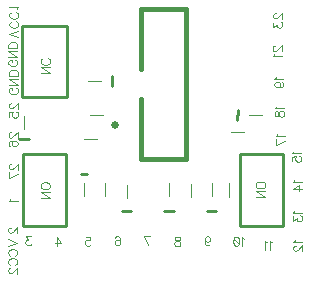
<source format=gbr>
G04 DipTrace 3.1.0.1*
G04 BottomSilk.gbr*
%MOIN*%
G04 #@! TF.FileFunction,Legend,Bot*
G04 #@! TF.Part,Single*
%ADD10C,0.009843*%
%ADD18C,0.003937*%
%ADD21C,0.024995*%
%ADD22C,0.015748*%
%ADD61C,0.004632*%
%FSLAX26Y26*%
G04*
G70*
G90*
G75*
G01*
G04 BotSilk*
%LPD*%
D21*
X834151Y903051D3*
X921665Y990551D2*
D22*
Y790551D1*
X1071668D1*
Y1290551D1*
X921665D1*
Y1090551D1*
X1251575Y564958D2*
D10*
X1395669D1*
Y805121D1*
X1251575D1*
Y564958D1*
X824803Y1065354D2*
X824406Y1033071D1*
X1243307Y919685D2*
X1243704Y951969D1*
X548031Y855906D2*
X515748Y856302D1*
X858268Y618110D2*
X889764D1*
X1000000D2*
X1031496D1*
X1141732D2*
X1173228D1*
X742122Y740121D2*
X722445D1*
X527953Y564958D2*
X672047D1*
Y805121D1*
X527953D1*
Y564958D1*
X675197Y1232295D2*
X524803D1*
Y995264D1*
X675197D1*
Y1232295D1*
X1281299Y935236D2*
D18*
X1325000D1*
X875984Y704724D2*
Y661024D1*
X801575Y708661D2*
Y664961D1*
X730315Y709449D2*
Y665748D1*
X531890Y934252D2*
Y890551D1*
X1213780Y708268D2*
Y664567D1*
X1157874Y710236D2*
Y666535D1*
X1088189Y707480D2*
Y663780D1*
X1013780Y711024D2*
Y667323D1*
X1222244Y881299D2*
X1265945D1*
X752559Y937205D2*
X796260D1*
X730906Y854921D2*
X774606D1*
X745472Y1050591D2*
X789173D1*
X618413Y1095399D2*
D61*
X588269D1*
X618413Y1075303D1*
X588269D1*
X611250Y1126184D2*
X614102Y1124758D1*
X616987Y1121873D1*
X618413Y1119021D1*
Y1113284D1*
X616987Y1110399D1*
X614102Y1107547D1*
X611250Y1106088D1*
X606939Y1104662D1*
X599743D1*
X595465Y1106088D1*
X592580Y1107547D1*
X589728Y1110399D1*
X588269Y1113284D1*
Y1119021D1*
X589728Y1121873D1*
X592580Y1124758D1*
X595465Y1126184D1*
X618019Y679799D2*
X587875D1*
X618019Y659703D1*
X587875D1*
X618019Y697685D2*
X616593Y694800D1*
X613708Y691948D1*
X610856Y690489D1*
X606545Y689063D1*
X599349D1*
X595071Y690489D1*
X592186Y691948D1*
X589334Y694800D1*
X587875Y697685D1*
Y703422D1*
X589334Y706274D1*
X592186Y709159D1*
X595071Y710585D1*
X599349Y712011D1*
X606545D1*
X610856Y710585D1*
X613708Y709159D1*
X616593Y706274D1*
X618019Y703422D1*
Y697685D1*
X1334948Y682555D2*
X1304804D1*
X1334948Y662459D1*
X1304804D1*
X1334948Y700441D2*
X1333522Y697556D1*
X1330637Y694704D1*
X1327785Y693245D1*
X1323474Y691819D1*
X1316278D1*
X1312000Y693245D1*
X1309115Y694704D1*
X1306263Y697556D1*
X1304804Y700441D1*
Y706178D1*
X1306263Y709030D1*
X1309115Y711915D1*
X1312000Y713341D1*
X1316278Y714767D1*
X1323474D1*
X1327785Y713341D1*
X1330637Y711915D1*
X1333522Y709030D1*
X1334948Y706178D1*
Y700441D1*
X489094Y975906D2*
X487669D1*
X484783Y974480D1*
X483357Y973054D1*
X481932Y970169D1*
Y964432D1*
X483357Y961580D1*
X484783Y960154D1*
X487669Y958695D1*
X490520D1*
X493405Y960154D1*
X497683Y963006D1*
X512042Y977365D1*
Y957269D1*
X481931Y930794D2*
X481932Y945120D1*
X494831Y946546D1*
X493405Y945120D1*
X491946Y940809D1*
Y936531D1*
X493405Y932220D1*
X496257Y929335D1*
X500568Y927909D1*
X503420D1*
X507731Y929335D1*
X510616Y932220D1*
X512042Y936531D1*
Y940809D1*
X510616Y945120D1*
X509157Y946546D1*
X506305Y948005D1*
X513295Y1194891D2*
X483151Y1206365D1*
X513295Y1217838D1*
X506132Y1248624D2*
X508984Y1247198D1*
X511869Y1244313D1*
X513295Y1241461D1*
Y1235724D1*
X511869Y1232839D1*
X508984Y1229987D1*
X506132Y1228528D1*
X501821Y1227102D1*
X494625D1*
X490347Y1228528D1*
X487462Y1229987D1*
X484610Y1232839D1*
X483151Y1235724D1*
Y1241461D1*
X484610Y1244313D1*
X487462Y1247198D1*
X490347Y1248624D1*
X506132Y1279409D2*
X508984Y1277983D1*
X511869Y1275098D1*
X513295Y1272246D1*
Y1266510D1*
X511869Y1263624D1*
X508984Y1260773D1*
X506132Y1259313D1*
X501821Y1257888D1*
X494624D1*
X490347Y1259313D1*
X487462Y1260773D1*
X484610Y1263625D1*
X483151Y1266510D1*
Y1272247D1*
X484610Y1275098D1*
X487462Y1277983D1*
X490347Y1279409D1*
X507524Y1288673D2*
X508984Y1291558D1*
X513261Y1295869D1*
X483151D1*
X502588Y1121008D2*
X505440Y1119582D1*
X508325Y1116697D1*
X509751Y1113845D1*
Y1108108D1*
X508325Y1105223D1*
X505440Y1102371D1*
X502588Y1100912D1*
X498277Y1099486D1*
X491081D1*
X486803Y1100912D1*
X483918Y1102371D1*
X481066Y1105223D1*
X479607Y1108108D1*
Y1113845D1*
X481066Y1116697D1*
X483918Y1119582D1*
X486803Y1121008D1*
X491081D1*
Y1113845D1*
X509751Y1150368D2*
X479607D1*
X509751Y1130272D1*
X479607D1*
X509751Y1159631D2*
X479607D1*
Y1169679D1*
X481066Y1173990D1*
X483918Y1176875D1*
X486803Y1178301D1*
X491081Y1179727D1*
X498277D1*
X502588Y1178301D1*
X505440Y1176875D1*
X508325Y1173990D1*
X509751Y1169679D1*
Y1159631D1*
X478749Y521761D2*
X508893Y510287D1*
X478749Y498813D1*
X485912Y468028D2*
X483060Y469454D1*
X480175Y472339D1*
X478749Y475191D1*
Y480928D1*
X480175Y483813D1*
X483060Y486665D1*
X485912Y488124D1*
X490223Y489550D1*
X497419D1*
X501697Y488124D1*
X504582Y486665D1*
X507434Y483813D1*
X508893Y480928D1*
Y475191D1*
X507434Y472339D1*
X504582Y469454D1*
X501697Y468028D1*
X485912Y437242D2*
X483060Y438668D1*
X480175Y441553D1*
X478749Y444405D1*
Y450142D1*
X480175Y453027D1*
X483060Y455879D1*
X485912Y457338D1*
X490223Y458764D1*
X497419D1*
X501697Y457338D1*
X504582Y455879D1*
X507434Y453027D1*
X508893Y450142D1*
Y444405D1*
X507434Y441553D1*
X504582Y438668D1*
X501697Y437242D1*
X485945Y426520D2*
X484519D1*
X481634Y425094D1*
X480208Y423668D1*
X478782Y420783D1*
Y415046D1*
X480208Y412194D1*
X481634Y410768D1*
X484519Y409309D1*
X487371D1*
X490256Y410768D1*
X494534Y413620D1*
X508893Y427979D1*
Y407883D1*
X504557Y1027701D2*
X507409Y1026275D1*
X510294Y1023390D1*
X511720Y1020538D1*
Y1014801D1*
X510294Y1011916D1*
X507409Y1009064D1*
X504557Y1007605D1*
X500246Y1006179D1*
X493050D1*
X488772Y1007605D1*
X485887Y1009064D1*
X483035Y1011916D1*
X481576Y1014801D1*
Y1020538D1*
X483035Y1023390D1*
X485887Y1026275D1*
X488772Y1027701D1*
X493050D1*
Y1020538D1*
X511720Y1057061D2*
X481576D1*
X511720Y1036965D1*
X481576D1*
X511720Y1066324D2*
X481576D1*
Y1076372D1*
X483035Y1080683D1*
X485887Y1083568D1*
X488772Y1084994D1*
X493050Y1086420D1*
X500246D1*
X504557Y1084994D1*
X507409Y1083568D1*
X510294Y1080683D1*
X511720Y1076372D1*
Y1066324D1*
X488701Y773150D2*
X487275D1*
X484390Y771724D1*
X482964Y770298D1*
X481538Y767413D1*
Y761676D1*
X482964Y758824D1*
X484390Y757398D1*
X487275Y755939D1*
X490127D1*
X493012Y757398D1*
X497290Y760250D1*
X511649Y774609D1*
Y754513D1*
Y739512D2*
X481538Y725153D1*
Y745249D1*
X487520Y878268D2*
X486094D1*
X483209Y876842D1*
X481783Y875416D1*
X480357Y872531D1*
Y866794D1*
X481783Y863942D1*
X483209Y862516D1*
X486094Y861057D1*
X488946D1*
X491831Y862516D1*
X496109Y865368D1*
X510468Y879727D1*
Y859631D1*
X484635Y833157D2*
X481783Y834583D1*
X480357Y838894D1*
Y841746D1*
X481783Y846057D1*
X486094Y848942D1*
X493257Y850368D1*
X500420D1*
X506157Y848942D1*
X509042Y846057D1*
X510468Y841745D1*
Y840320D1*
X509042Y836042D1*
X506157Y833157D1*
X501845Y831731D1*
X500420D1*
X496108Y833157D1*
X493257Y836042D1*
X491831Y840320D1*
Y841746D1*
X493257Y846057D1*
X496109Y848942D1*
X500420Y850368D1*
X486094Y657544D2*
X484635Y654659D1*
X480357Y650348D1*
X510468D1*
X487126Y561113D2*
X485700D1*
X482815Y559687D1*
X481389Y558261D1*
X479963Y555376D1*
Y549639D1*
X481389Y546787D1*
X482815Y545361D1*
X485700Y543902D1*
X488552D1*
X491437Y545361D1*
X495715Y548213D1*
X510074Y562572D1*
Y542476D1*
X553859Y531688D2*
X538107D1*
X546696Y520214D1*
X542385D1*
X539533Y518788D1*
X538107Y517362D1*
X536648Y513051D1*
Y510199D1*
X538107Y505888D1*
X540959Y503003D1*
X545270Y501577D1*
X549581D1*
X553859Y503003D1*
X555285Y504462D1*
X556744Y507314D1*
X641055Y499215D2*
Y529326D1*
X655414Y509263D1*
X633892D1*
X736777Y531294D2*
X751103D1*
X752529Y518394D1*
X751103Y519820D1*
X746792Y521279D1*
X742514D1*
X738203Y519820D1*
X735318Y516968D1*
X733892Y512657D1*
Y509805D1*
X735318Y505494D1*
X738203Y502609D1*
X742514Y501183D1*
X746792D1*
X751103Y502609D1*
X752529Y504068D1*
X753988Y506920D1*
X834924Y528197D2*
X836350Y531049D1*
X840661Y532475D1*
X843513D1*
X847824Y531049D1*
X850709Y526738D1*
X852135Y519575D1*
Y512413D1*
X850709Y506676D1*
X847824Y503790D1*
X843513Y502365D1*
X842087D1*
X837809Y503790D1*
X834924Y506676D1*
X833498Y510987D1*
Y512413D1*
X834924Y516724D1*
X837809Y519575D1*
X842087Y521001D1*
X843513D1*
X847824Y519575D1*
X850709Y516724D1*
X852135Y512413D1*
X946676Y501971D2*
X932317Y532082D1*
X952413D1*
X1046005Y529719D2*
X1050282Y528293D1*
X1051741Y525442D1*
Y522557D1*
X1050282Y519705D1*
X1047430Y518245D1*
X1041693Y516820D1*
X1037382Y515394D1*
X1034531Y512509D1*
X1033105Y509657D1*
Y505346D1*
X1034531Y502494D1*
X1035957Y501035D1*
X1040268Y499609D1*
X1046005D1*
X1050282Y501035D1*
X1051741Y502494D1*
X1053167Y505346D1*
Y509657D1*
X1051741Y512509D1*
X1048856Y515394D1*
X1044579Y516820D1*
X1038842Y518245D1*
X1035957Y519705D1*
X1034531Y522557D1*
Y525442D1*
X1035957Y528293D1*
X1040268Y529719D1*
X1046005D1*
X1134286Y522461D2*
X1135745Y518149D1*
X1138597Y515264D1*
X1142908Y513838D1*
X1144334D1*
X1148645Y515264D1*
X1151497Y518149D1*
X1152956Y522461D1*
Y523886D1*
X1151497Y528197D1*
X1148645Y531049D1*
X1144334Y532475D1*
X1142908D1*
X1138597Y531049D1*
X1135745Y528197D1*
X1134286Y522461D1*
Y515264D1*
X1135745Y508101D1*
X1138597Y503790D1*
X1142908Y502365D1*
X1145760D1*
X1150071Y503790D1*
X1151497Y506676D1*
X1265330Y524770D2*
X1262444Y526229D1*
X1258133Y530507D1*
Y500396D1*
X1240248Y530507D2*
X1244559Y529081D1*
X1247444Y524770D1*
X1248870Y517607D1*
Y513296D1*
X1247444Y506133D1*
X1244559Y501822D1*
X1240248Y500396D1*
X1237396D1*
X1233085Y501822D1*
X1230233Y506133D1*
X1228774Y513296D1*
Y517607D1*
X1230233Y524770D1*
X1233085Y529081D1*
X1237396Y530507D1*
X1240248D1*
X1230233Y524770D2*
X1247444Y506133D1*
X1359123Y512171D2*
X1356237Y513631D1*
X1351926Y517908D1*
Y487798D1*
X1342663Y512171D2*
X1339778Y513631D1*
X1335467Y517908D1*
Y487798D1*
X1435549Y518946D2*
X1434090Y516061D1*
X1429812Y511750D1*
X1459923D1*
X1436975Y501028D2*
X1435549D1*
X1432664Y499602D1*
X1431238Y498176D1*
X1429812Y495291D1*
Y489554D1*
X1431238Y486702D1*
X1432664Y485276D1*
X1435549Y483817D1*
X1438401D1*
X1441286Y485276D1*
X1445564Y488128D1*
X1459923Y502487D1*
Y482391D1*
X1434762Y618553D2*
X1433303Y615668D1*
X1429025Y611357D1*
X1459136D1*
X1429025Y599208D2*
Y583456D1*
X1440499Y592045D1*
Y587734D1*
X1441925Y584882D1*
X1443351Y583456D1*
X1447662Y581997D1*
X1450513D1*
X1454824Y583456D1*
X1457710Y586308D1*
X1459136Y590619D1*
Y594930D1*
X1457710Y599208D1*
X1456250Y600634D1*
X1453399Y602093D1*
X1433187Y720372D2*
X1431728Y717487D1*
X1427450Y713176D1*
X1457561D1*
Y689554D2*
X1427450D1*
X1447513Y703913D1*
Y682391D1*
X1431218Y816978D2*
X1429759Y814093D1*
X1425481Y809782D1*
X1455592D1*
X1425481Y783307D2*
Y797633D1*
X1438381Y799059D1*
X1436955Y797633D1*
X1435496Y793322D1*
Y789044D1*
X1436955Y784733D1*
X1439807Y781848D1*
X1444118Y780422D1*
X1446970D1*
X1451281Y781848D1*
X1454166Y784733D1*
X1455592Y789044D1*
Y793322D1*
X1454166Y797633D1*
X1452707Y799059D1*
X1449855Y800518D1*
X1376494Y873671D2*
X1375035Y870786D1*
X1370757Y866475D1*
X1400868D1*
Y851474D2*
X1370757Y837115D1*
Y857211D1*
X1374132Y966945D2*
X1372673Y964060D1*
X1368395Y959749D1*
X1398506D1*
X1368395Y943322D2*
X1369821Y947600D1*
X1372673Y949059D1*
X1375558D1*
X1378410Y947600D1*
X1379869Y944748D1*
X1381295Y939011D1*
X1382721Y934700D1*
X1385606Y931848D1*
X1388458Y930422D1*
X1392769D1*
X1395621Y931848D1*
X1397080Y933274D1*
X1398506Y937585D1*
Y943322D1*
X1397080Y947600D1*
X1395621Y949059D1*
X1392769Y950485D1*
X1388458D1*
X1385606Y949059D1*
X1382721Y946174D1*
X1381295Y941896D1*
X1379869Y936159D1*
X1378410Y933274D1*
X1375558Y931848D1*
X1372673D1*
X1369821Y933274D1*
X1368395Y937585D1*
Y943322D1*
X1372163Y1063977D2*
X1370704Y1061092D1*
X1366426Y1056781D1*
X1396537D1*
X1376441Y1028848D2*
X1380752Y1030307D1*
X1383637Y1033159D1*
X1385063Y1037470D1*
Y1038895D1*
X1383637Y1043207D1*
X1380752Y1046058D1*
X1376441Y1047518D1*
X1375015D1*
X1370704Y1046058D1*
X1367852Y1043207D1*
X1366426Y1038896D1*
Y1037470D1*
X1367852Y1033159D1*
X1370704Y1030307D1*
X1376441Y1028848D1*
X1383637D1*
X1390800Y1030307D1*
X1395111Y1033159D1*
X1396537Y1037470D1*
Y1040321D1*
X1395111Y1044632D1*
X1392226Y1046058D1*
X1367290Y1167094D2*
X1365864D1*
X1362979Y1165668D1*
X1361553Y1164242D1*
X1360127Y1161357D1*
Y1155620D1*
X1361553Y1152768D1*
X1362979Y1151342D1*
X1365864Y1149883D1*
X1368716D1*
X1371601Y1151342D1*
X1375879Y1154194D1*
X1390238Y1168553D1*
Y1148457D1*
X1365864Y1139193D2*
X1364405Y1136308D1*
X1360127Y1131997D1*
X1390238D1*
X1370440Y1275663D2*
X1369014D1*
X1366129Y1274237D1*
X1364703Y1272811D1*
X1363277Y1269926D1*
Y1264189D1*
X1364703Y1261337D1*
X1366129Y1259911D1*
X1369014Y1258452D1*
X1371866D1*
X1374751Y1259911D1*
X1379028Y1262763D1*
X1393387Y1277122D1*
X1393388Y1257026D1*
X1363277Y1244877D2*
Y1229126D1*
X1374751Y1237714D1*
Y1233403D1*
X1376177Y1230551D1*
X1377602Y1229126D1*
X1381914Y1227666D1*
X1384765D1*
X1389076Y1229126D1*
X1391962Y1231977D1*
X1393388Y1236288D1*
Y1240599D1*
X1391962Y1244877D1*
X1390502Y1246303D1*
X1387651Y1247762D1*
M02*

</source>
